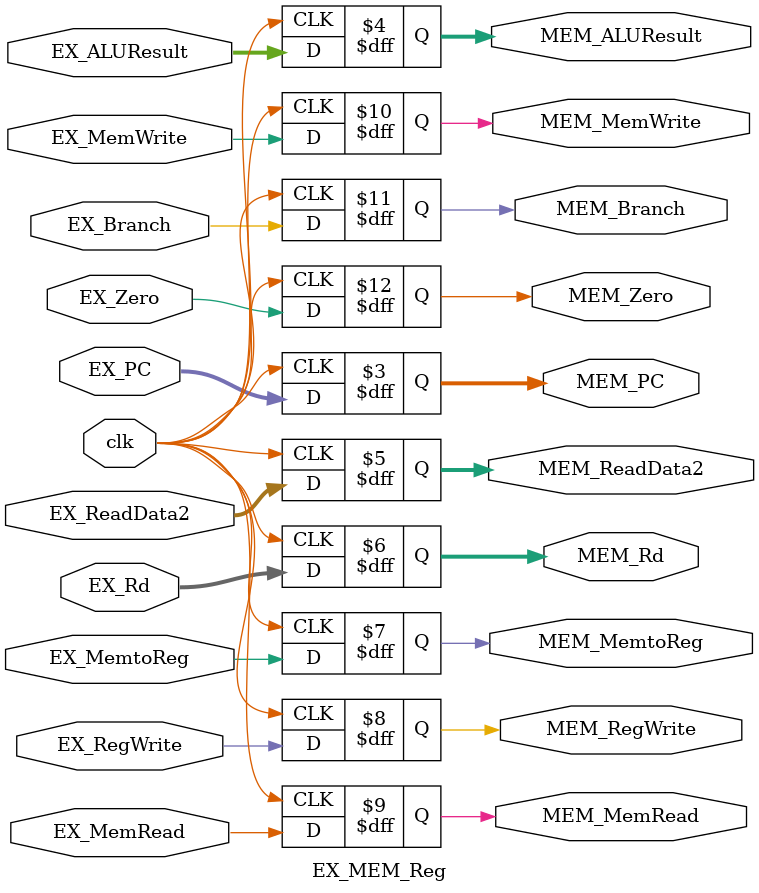
<source format=v>
module EX_MEM_Reg(
    input clk,
    input [63:0] EX_PC,
    input [63:0] EX_ALUResult,
    input [63:0] EX_ReadData2,
    input [4:0] EX_Rd,
    input EX_MemtoReg,
    input EX_RegWrite,
    input EX_MemRead,
    input EX_MemWrite,
    input EX_Branch,
    input EX_Zero,
    output reg [63:0] MEM_PC,
    output reg [63:0] MEM_ALUResult,
    output reg [63:0] MEM_ReadData2,
    output reg [4:0] MEM_Rd,
    output reg MEM_MemtoReg,
    output reg MEM_RegWrite,
    output reg MEM_MemRead,
    output reg MEM_MemWrite,
    output reg MEM_Branch,
    output reg MEM_Zero
);

    // Initialize all registers to 0
    initial begin
        MEM_PC = 0;
        MEM_ALUResult = 0;
        MEM_ReadData2 = 0;
        MEM_Rd = 0;
        MEM_MemtoReg = 0;
        MEM_RegWrite = 0;
        MEM_MemRead = 0;
        MEM_MemWrite = 0;
        MEM_Branch = 0;
        MEM_Zero = 0;
    end

    always @(posedge clk) begin
        MEM_PC <= EX_PC;
        MEM_ALUResult <= EX_ALUResult;
        MEM_ReadData2 <= EX_ReadData2;
        MEM_Rd <= EX_Rd;
        MEM_MemtoReg <= EX_MemtoReg;
        MEM_RegWrite <= EX_RegWrite;
        MEM_MemRead <= EX_MemRead;
        MEM_MemWrite <= EX_MemWrite;
        MEM_Branch <= EX_Branch;
        MEM_Zero <= EX_Zero;
    end
endmodule

</source>
